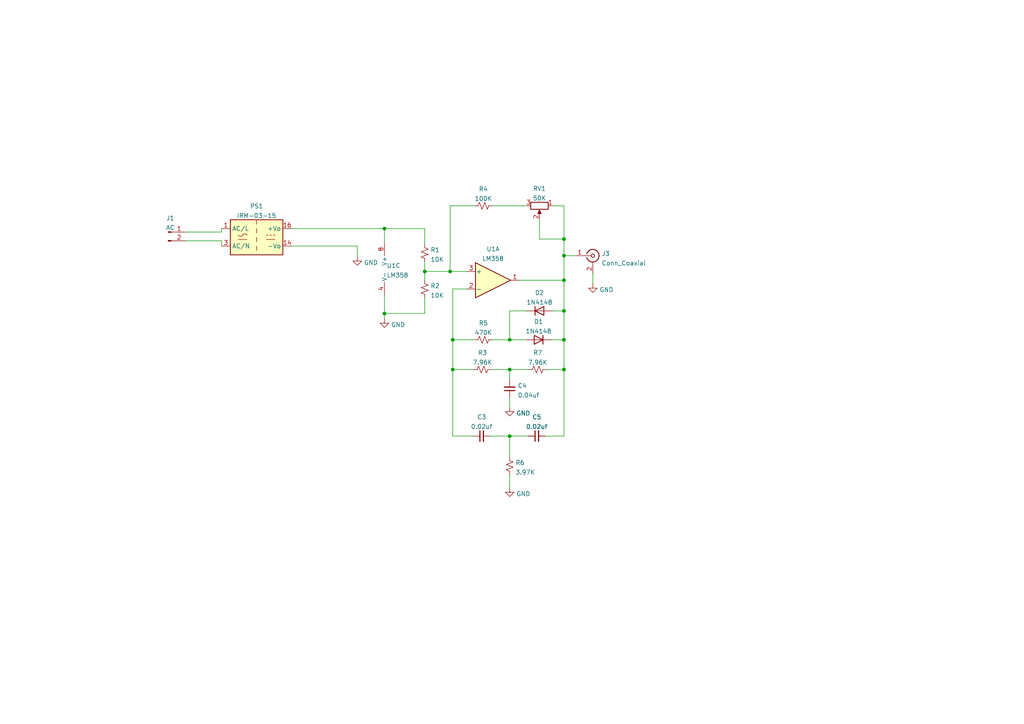
<source format=kicad_sch>
(kicad_sch (version 20211123) (generator eeschema)
  (paper "A4")
  (lib_symbols
    (symbol "Amplifier_Operational:LM358" (pin_names (offset 0.127))
      (property "Reference" "U" (at 0 5.08 0))
      (property "Value" "LM358" (at 0 -5.08 0))
      (symbol "LM358_1_1"
        (polyline (pts (xy -5.08 5.08) (xy 5.08 0) (xy -5.08 -5.08) (xy -5.08 5.08)) (stroke (width 0.254)) (fill (type background)))
        (pin output line (at 7.62 0 180) (length 2.54) (name "~") (number "1"))
        (pin input line (at -7.62 -2.54 0) (length 2.54) (name "-") (number "2"))
        (pin input line (at -7.62 2.54 0) (length 2.54) (name "+") (number "3"))
      )
      (symbol "LM358_2_1"
        (polyline (pts (xy -5.08 5.08) (xy 5.08 0) (xy -5.08 -5.08) (xy -5.08 5.08)) (stroke (width 0.254)) (fill (type background)))
        (pin input line (at -7.62 2.54 0) (length 2.54) (name "+") (number "5"))
        (pin input line (at -7.62 -2.54 0) (length 2.54) (name "-") (number "6"))
        (pin output line (at 7.62 0 180) (length 2.54) (name "~") (number "7"))
      )
      (symbol "LM358_3_1"
        (pin power_in line (at -2.54 -7.62 90) (length 3.81) (name "V-") (number "4"))
        (pin power_in line (at -2.54 7.62 270) (length 3.81) (name "V+") (number "8"))
      )
    )
    (symbol "Connector:Conn_01x02_Male" (pin_names (offset 1.016) hide)
      (property "Reference" "J" (at 0 2.54 0))
      (property "Value" "Conn_01x02_Male" (at 0 -5.08 0))
      (symbol "Conn_01x02_Male_1_1"
        (polyline (pts (xy 1.27 -2.54) (xy 0.8636 -2.54)) (stroke (width 0.1524)))
        (polyline (pts (xy 1.27 0) (xy 0.8636 0)) (stroke (width 0.1524)))
        (rectangle (start 0.8636 -2.413) (end 0 -2.667) (stroke (width 0.1524)) (fill (type outline)))
        (rectangle (start 0.8636 0.127) (end 0 -0.127) (stroke (width 0.1524)) (fill (type outline)))
        (pin passive line (at 5.08 0 180) (length 3.81) (name "Pin_1") (number "1"))
        (pin passive line (at 5.08 -2.54 180) (length 3.81) (name "Pin_2") (number "2"))
      )
    )
    (symbol "Connector:Conn_Coaxial" (pin_names (offset 1.016) hide)
      (property "Reference" "J" (at 0.254 3.048 0))
      (property "Value" "Conn_Coaxial" (at 2.921 0 90))
      (symbol "Conn_Coaxial_0_1"
        (arc (start -1.778 -0.508) (mid 0.222 -1.808) (end 1.778 0) (stroke (width 0.254)))
        (polyline (pts (xy -2.54 0) (xy -0.508 0)))
        (polyline (pts (xy 0 -2.54) (xy 0 -1.778)))
        (circle (center 0 0) (radius 0.508) (stroke (width 0.2032)))
        (arc (start 1.778 0) (mid 0.2221 1.8083) (end -1.778 0.508) (stroke (width 0.254)))
      )
      (symbol "Conn_Coaxial_1_1"
        (pin passive line (at -5.08 0 0) (length 2.54) (name "In") (number "1"))
        (pin passive line (at 0 -5.08 90) (length 2.54) (name "Ext") (number "2"))
      )
    )
    (symbol "Converter_ACDC:IRM-03-15"
      (property "Reference" "PS" (at 0 6.35 0))
      (property "Value" "IRM-03-15" (at 0 -6.35 0))
      (symbol "IRM-03-15_0_1"
        (rectangle (start -7.62 5.08) (end 7.62 -5.08) (stroke (width 0.254)) (fill (type background)))
        (arc (start -5.334 0.635) (mid -4.699 0.2495) (end -4.064 0.635))
        (arc (start -2.794 0.635) (mid -3.429 1.0072) (end -4.064 0.635))
        (polyline (pts (xy -5.334 -0.635) (xy -2.794 -0.635)))
        (polyline (pts (xy 0 -2.54) (xy 0 -3.81)))
        (polyline (pts (xy 0 0) (xy 0 -1.27)))
        (polyline (pts (xy 0 2.54) (xy 0 1.27)))
        (polyline (pts (xy 0 5.08) (xy 0 3.81)))
        (polyline (pts (xy 2.794 -0.635) (xy 5.334 -0.635)))
        (polyline (pts (xy 2.794 0.635) (xy 3.302 0.635)))
        (polyline (pts (xy 3.81 0.635) (xy 4.318 0.635)))
        (polyline (pts (xy 4.826 0.635) (xy 5.334 0.635)))
      )
      (symbol "IRM-03-15_1_1"
        (pin power_in line (at -10.16 2.54 0) (length 2.54) (name "AC/L") (number "1"))
        (pin power_out line (at 10.16 -2.54 180) (length 2.54) (name "-Vo") (number "14"))
        (pin power_out line (at 10.16 2.54 180) (length 2.54) (name "+Vo") (number "16"))
        (pin power_in line (at -10.16 -2.54 0) (length 2.54) (name "AC/N") (number "3"))
        (pin no_connect line (at -7.62 0 0) (length 2.54) hide (name "NC") (number "5"))
      )
    )
    (symbol "Device:C_Small" (pin_numbers hide) (pin_names (offset 0.254) hide)
      (property "Reference" "C" (at 0.254 1.778 0))
      (property "Value" "C_Small" (at 0.254 -2.032 0))
      (symbol "C_Small_0_1"
        (polyline (pts (xy -1.524 -0.508) (xy 1.524 -0.508)) (stroke (width 0.3302)))
        (polyline (pts (xy -1.524 0.508) (xy 1.524 0.508)) (stroke (width 0.3048)))
      )
      (symbol "C_Small_1_1"
        (pin passive line (at 0 2.54 270) (length 2.032) (name "~") (number "1"))
        (pin passive line (at 0 -2.54 90) (length 2.032) (name "~") (number "2"))
      )
    )
    (symbol "Device:R_Potentiometer" (pin_names (offset 1.016) hide)
      (property "Reference" "RV" (at -4.445 0 90))
      (property "Value" "R_Potentiometer" (at -2.54 0 90))
      (symbol "R_Potentiometer_0_1"
        (polyline (pts (xy 2.54 0) (xy 1.524 0)))
        (polyline (pts (xy 1.143 0) (xy 2.286 0.508) (xy 2.286 -0.508) (xy 1.143 0)) (fill (type outline)))
        (rectangle (start 1.016 2.54) (end -1.016 -2.54) (stroke (width 0.254)))
      )
      (symbol "R_Potentiometer_1_1"
        (pin passive line (at 0 3.81 270) (length 1.27) (name "1") (number "1"))
        (pin passive line (at 3.81 0 180) (length 1.27) (name "2") (number "2"))
        (pin passive line (at 0 -3.81 90) (length 1.27) (name "3") (number "3"))
      )
    )
    (symbol "Device:R_Small_US" (pin_numbers hide) (pin_names (offset 0.254) hide)
      (property "Reference" "R" (at 0.762 0.508 0))
      (property "Value" "R_Small_US" (at 0.762 -1.016 0))
      (symbol "R_Small_US_1_1"
        (polyline (pts (xy 0 0) (xy 1.016 -0.381) (xy 0 -0.762) (xy -1.016 -1.143) (xy 0 -1.524)))
        (polyline (pts (xy 0 1.524) (xy 1.016 1.143) (xy 0 0.762) (xy -1.016 0.381) (xy 0 0)))
        (pin passive line (at 0 2.54 270) (length 1.016) (name "~") (number "1"))
        (pin passive line (at 0 -2.54 90) (length 1.016) (name "~") (number "2"))
      )
    )
    (symbol "Diode:1N4148" (pin_numbers hide) (pin_names (offset 1.016) hide)
      (property "Reference" "D" (at 0 2.54 0))
      (property "Value" "1N4148" (at 0 -2.54 0))
      (symbol "1N4148_0_1"
        (polyline (pts (xy -1.27 1.27) (xy -1.27 -1.27)) (stroke (width 0.254)))
        (polyline (pts (xy 1.27 0) (xy -1.27 0)))
        (polyline (pts (xy 1.27 1.27) (xy 1.27 -1.27) (xy -1.27 0) (xy 1.27 1.27)) (stroke (width 0.254)))
      )
      (symbol "1N4148_1_1"
        (pin passive line (at -3.81 0 0) (length 2.54) (name "K") (number "1"))
        (pin passive line (at 3.81 0 180) (length 2.54) (name "A") (number "2"))
      )
    )
    (symbol "power:GND" (power) (pin_names (offset 0))
      (property "Value" "GND" (at 0 -3.81 0))
      (symbol "GND_0_1"
        (polyline (pts (xy 0 0) (xy 0 -1.27) (xy 1.27 -1.27) (xy 0 -2.54) (xy -1.27 -1.27) (xy 0 -1.27)))
      )
      (symbol "GND_1_1"
        (pin power_in line (at 0 0 270) (length 0) hide (name "GND") (number "1"))
      )
    )
  )
  (junction (at 111.506 66.294))
  (junction (at 163.576 107.188))
  (junction (at 147.828 107.188))
  (junction (at 131.318 98.552))
  (junction (at 147.828 126.492))
  (junction (at 163.576 98.552))
  (junction (at 130.556 78.74))
  (junction (at 147.828 98.552))
  (junction (at 131.318 107.188))
  (junction (at 163.576 74.168))
  (junction (at 111.506 90.932))
  (junction (at 123.19 78.74))
  (junction (at 163.576 69.342))
  (junction (at 163.576 90.17))
  (junction (at 163.576 81.28))
  (wire (pts (xy 147.828 137.668) (xy 147.828 141.478)))
  (wire (pts (xy 158.242 126.492) (xy 163.576 126.492)))
  (wire (pts (xy 84.582 71.374) (xy 103.632 71.374)))
  (wire (pts (xy 152.654 90.17) (xy 147.828 90.17)))
  (wire (pts (xy 103.632 71.374) (xy 103.632 74.422)))
  (wire (pts (xy 123.19 86.36) (xy 123.19 90.932)))
  (wire (pts (xy 147.828 90.17) (xy 147.828 98.552)))
  (wire (pts (xy 131.318 107.188) (xy 131.318 98.552)))
  (wire (pts (xy 160.02 98.552) (xy 163.576 98.552)))
  (wire (pts (xy 147.828 126.492) (xy 153.162 126.492)))
  (wire (pts (xy 163.576 69.342) (xy 156.464 69.342)))
  (wire (pts (xy 156.464 63.5) (xy 156.464 69.342)))
  (wire (pts (xy 64.262 66.294) (xy 64.262 67.31)))
  (wire (pts (xy 123.19 78.74) (xy 123.19 81.28)))
  (wire (pts (xy 150.622 81.28) (xy 163.576 81.28)))
  (wire (pts (xy 111.506 90.932) (xy 111.506 92.456)))
  (wire (pts (xy 84.582 66.294) (xy 111.506 66.294)))
  (wire (pts (xy 137.668 98.552) (xy 131.318 98.552)))
  (wire (pts (xy 53.848 69.85) (xy 64.262 69.85)))
  (wire (pts (xy 130.556 78.74) (xy 135.382 78.74)))
  (wire (pts (xy 137.16 126.492) (xy 131.318 126.492)))
  (wire (pts (xy 160.274 90.17) (xy 163.576 90.17)))
  (wire (pts (xy 142.748 98.552) (xy 147.828 98.552)))
  (wire (pts (xy 147.828 98.552) (xy 152.4 98.552)))
  (wire (pts (xy 111.506 66.294) (xy 111.506 70.358)))
  (wire (pts (xy 171.958 79.248) (xy 171.958 82.296)))
  (wire (pts (xy 123.19 66.294) (xy 123.19 70.866)))
  (wire (pts (xy 111.506 90.932) (xy 123.19 90.932)))
  (wire (pts (xy 111.506 85.598) (xy 111.506 90.932)))
  (wire (pts (xy 163.576 59.69) (xy 163.576 69.342)))
  (wire (pts (xy 111.506 66.294) (xy 123.19 66.294)))
  (wire (pts (xy 163.576 81.28) (xy 163.576 90.17)))
  (wire (pts (xy 163.576 107.188) (xy 163.576 98.552)))
  (wire (pts (xy 163.576 69.342) (xy 163.576 74.168)))
  (wire (pts (xy 53.848 67.31) (xy 64.262 67.31)))
  (wire (pts (xy 163.576 126.492) (xy 163.576 107.188)))
  (wire (pts (xy 166.878 74.168) (xy 163.576 74.168)))
  (wire (pts (xy 142.24 126.492) (xy 147.828 126.492)))
  (wire (pts (xy 137.668 59.69) (xy 130.556 59.69)))
  (wire (pts (xy 142.748 59.69) (xy 152.654 59.69)))
  (wire (pts (xy 158.496 107.188) (xy 163.576 107.188)))
  (wire (pts (xy 147.828 115.316) (xy 147.828 118.11)))
  (wire (pts (xy 64.262 69.85) (xy 64.262 71.374)))
  (wire (pts (xy 163.576 74.168) (xy 163.576 81.28)))
  (wire (pts (xy 147.828 107.188) (xy 153.416 107.188)))
  (wire (pts (xy 137.414 107.188) (xy 131.318 107.188)))
  (wire (pts (xy 123.19 75.946) (xy 123.19 78.74)))
  (wire (pts (xy 160.274 59.69) (xy 163.576 59.69)))
  (wire (pts (xy 131.318 98.552) (xy 131.318 83.82)))
  (wire (pts (xy 130.556 59.69) (xy 130.556 78.74)))
  (wire (pts (xy 131.318 83.82) (xy 135.382 83.82)))
  (wire (pts (xy 163.576 90.17) (xy 163.576 98.552)))
  (wire (pts (xy 130.556 78.74) (xy 123.19 78.74)))
  (wire (pts (xy 147.828 126.492) (xy 147.828 132.588)))
  (wire (pts (xy 142.494 107.188) (xy 147.828 107.188)))
  (wire (pts (xy 147.828 107.188) (xy 147.828 110.236)))
  (wire (pts (xy 131.318 126.492) (xy 131.318 107.188)))
  (symbol (lib_id "Device:R_Small_US") (at 123.19 73.406 0) (unit 1)
    (property "Reference" "R1" (at 124.841 72.4975 0) (effects (justify left)))
    (property "Value" "10K" (at 124.841 75.2726 0) (effects (justify left)))
    (property "Footprint" "Resistor_THT:R_Axial_DIN0207_L6.3mm_D2.5mm_P10.16mm_Horizontal" (effects hide))
  )
  (symbol (lib_id "Device:R_Small_US") (at 139.954 107.188 90) (unit 1)
    (property "Reference" "R3" (at 139.954 102.3325 90))
    (property "Value" "7.96K" (at 139.954 105.1076 90))
    (property "Footprint" "Resistor_THT:R_Axial_DIN0207_L6.3mm_D2.5mm_P10.16mm_Horizontal" (effects hide))
  )
  (symbol (lib_id "Device:C_Small") (at 139.7 126.492 90) (unit 1)
    (property "Reference" "C3" (at 139.7063 120.9634 90))
    (property "Value" "0.02uf" (at 139.7063 123.7385 90))
    (property "Footprint" "Capacitor_THT:C_Rect_L7.2mm_W7.2mm_P5.00mm_FKS2_FKP2_MKS2_MKP2" (effects hide))
  )
  (symbol (lib_id "Amplifier_Operational:LM358") (at 114.046 77.978 0) (unit 3)
    (property "Reference" "U1" (at 112.141 77.0695 0) (effects (justify left)))
    (property "Value" "LM358" (at 112.141 79.8446 0) (effects (justify left)))
    (property "Footprint" "Package_DIP:DIP-8_W7.62mm_LongPads" (effects hide))
    (property "Datasheet" "http://www.ti.com/lit/ds/symlink/lm2904-n.pdf" (effects hide))
  )
  (symbol (lib_id "power:GND") (at 103.632 74.422 0) (unit 1)
    (property "Reference" "#PWR0105" (effects hide))
    (property "Value" "GND" (at 105.537 76.171 0) (effects (justify left)))
  )
  (symbol (lib_id "power:GND") (at 147.828 118.11 0) (unit 1)
    (property "Reference" "#PWR0103" (effects hide))
    (property "Value" "GND" (at 149.733 119.859 0) (effects (justify left)))
  )
  (symbol (lib_id "power:GND") (at 147.828 141.478 0) (unit 1)
    (property "Reference" "#PWR0102" (effects hide))
    (property "Value" "GND" (at 149.733 143.227 0) (effects (justify left)))
  )
  (symbol (lib_id "Device:C_Small") (at 147.828 112.776 180) (unit 1)
    (property "Reference" "C4" (at 150.1521 111.8611 0) (effects (justify right)))
    (property "Value" "0.04uf" (at 150.1521 114.6362 0) (effects (justify right)))
    (property "Footprint" "Capacitor_THT:C_Rect_L7.2mm_W7.2mm_P5.00mm_FKS2_FKP2_MKS2_MKP2" (effects hide))
  )
  (symbol (lib_id "Device:C_Small") (at 155.702 126.492 90) (unit 1)
    (property "Reference" "C5" (at 155.7083 120.9634 90))
    (property "Value" "0.02uf" (at 155.7083 123.7385 90))
    (property "Footprint" "Capacitor_THT:C_Rect_L7.2mm_W7.2mm_P5.00mm_FKS2_FKP2_MKS2_MKP2" (effects hide))
  )
  (symbol (lib_id "power:GND") (at 111.506 92.456 0) (unit 1)
    (property "Reference" "#PWR0104" (effects hide))
    (property "Value" "GND" (at 113.411 94.205 0) (effects (justify left)))
  )
  (symbol (lib_id "Device:R_Small_US") (at 147.828 135.128 180) (unit 1)
    (property "Reference" "R6" (at 149.479 134.2195 0) (effects (justify right)))
    (property "Value" "3.97K" (at 149.479 136.9946 0) (effects (justify right)))
    (property "Footprint" "Resistor_THT:R_Axial_DIN0207_L6.3mm_D2.5mm_P10.16mm_Horizontal" (effects hide))
  )
  (symbol (lib_id "Device:R_Small_US") (at 155.956 107.188 90) (unit 1)
    (property "Reference" "R7" (at 155.956 102.3325 90))
    (property "Value" "7.96K" (at 155.956 105.1076 90))
    (property "Footprint" "Resistor_THT:R_Axial_DIN0207_L6.3mm_D2.5mm_P10.16mm_Horizontal" (effects hide))
  )
  (symbol (lib_id "Device:R_Small_US") (at 140.208 98.552 90) (unit 1)
    (property "Reference" "R5" (at 140.208 93.6965 90))
    (property "Value" "470K" (at 140.208 96.4716 90))
    (property "Footprint" "Resistor_THT:R_Axial_DIN0207_L6.3mm_D2.5mm_P10.16mm_Horizontal" (effects hide))
  )
  (symbol (lib_id "Connector:Conn_Coaxial") (at 171.958 74.168 0) (unit 1)
    (property "Reference" "J3" (at 174.498 73.5527 0) (effects (justify left)))
    (property "Value" "Conn_Coaxial" (at 174.498 76.3278 0) (effects (justify left)))
    (property "Footprint" "Connector_Coaxial:BNC_TEConnectivity_1478035_Horizontal" (effects hide))
    (property "Datasheet" " ~" (effects hide))
  )
  (symbol (lib_id "power:GND") (at 171.958 82.296 0) (unit 1)
    (property "Reference" "#PWR0101" (effects hide))
    (property "Value" "GND" (at 173.863 84.045 0) (effects (justify left)))
  )
  (symbol (lib_id "Converter_ACDC:IRM-03-15") (at 74.422 68.834 0) (unit 1)
    (property "Reference" "PS1" (at 74.422 59.7875 0))
    (property "Value" "IRM-03-15" (at 74.422 62.5626 0))
    (property "Footprint" "Converter_ACDC:Converter_ACDC_MeanWell_IRM-03-xx_THT" (effects hide))
    (property "Datasheet" "https://www.meanwell.com/Upload/PDF/IRM-03/IRM-03-SPEC.PDF" (effects hide))
  )
  (symbol (lib_id "Device:R_Small_US") (at 140.208 59.69 90) (unit 1)
    (property "Reference" "R4" (at 140.208 54.8345 90))
    (property "Value" "100K" (at 140.208 57.6096 90))
    (property "Footprint" "Resistor_THT:R_Axial_DIN0207_L6.3mm_D2.5mm_P10.16mm_Horizontal" (effects hide))
  )
  (symbol (lib_id "Device:R_Potentiometer") (at 156.464 59.69 270) (unit 1)
    (property "Reference" "RV1" (at 156.464 54.7075 90))
    (property "Value" "50K" (at 156.464 57.4826 90))
    (property "Footprint" "Connector_Wire:SolderWire-0.5sqmm_1x03_P4.8mm_D0.9mm_OD2.3mm" (effects hide))
  )
  (symbol (lib_id "Diode:1N4148") (at 156.21 98.552 180) (unit 1)
    (property "Reference" "D1" (at 156.21 93.3155 0))
    (property "Value" "1N4148" (at 156.21 96.0906 0))
    (property "Footprint" "Diode_THT:D_DO-35_SOD27_P7.62mm_Horizontal" (effects hide))
    (property "Datasheet" "https://assets.nexperia.com/documents/data-sheet/1N4148_1N4448.pdf" (effects hide))
  )
  (symbol (lib_id "Connector:Conn_01x02_Male") (at 48.768 67.31 0) (unit 1)
    (property "Reference" "J1" (at 49.403 63.2673 0))
    (property "Value" "AC" (at 49.403 66.0424 0))
    (property "Footprint" "Connector_Wire:SolderWire-1sqmm_1x02_P5.4mm_D1.4mm_OD2.7mm" (effects hide))
  )
  (symbol (lib_id "Diode:1N4148") (at 156.464 90.17 0) (unit 1)
    (property "Reference" "D2" (at 156.464 84.9335 0))
    (property "Value" "1N4148" (at 156.464 87.7086 0))
    (property "Footprint" "Diode_THT:D_DO-35_SOD27_P7.62mm_Horizontal" (effects hide))
    (property "Datasheet" "https://assets.nexperia.com/documents/data-sheet/1N4148_1N4448.pdf" (effects hide))
  )
  (symbol (lib_id "Amplifier_Operational:LM358") (at 143.002 81.28 0) (unit 1)
    (property "Reference" "U1" (at 143.002 72.2335 0))
    (property "Value" "LM358" (at 143.002 75.0086 0))
    (property "Footprint" "Package_DIP:DIP-8_W7.62mm_LongPads" (effects hide))
    (property "Datasheet" "http://www.ti.com/lit/ds/symlink/lm2904-n.pdf" (effects hide))
  )
  (symbol (lib_id "Device:R_Small_US") (at 123.19 83.82 0) (unit 1)
    (property "Reference" "R2" (at 124.841 82.9115 0) (effects (justify left)))
    (property "Value" "10K" (at 124.841 85.6866 0) (effects (justify left)))
    (property "Footprint" "Resistor_THT:R_Axial_DIN0207_L6.3mm_D2.5mm_P10.16mm_Horizontal" (effects hide))
  )
)
</source>
